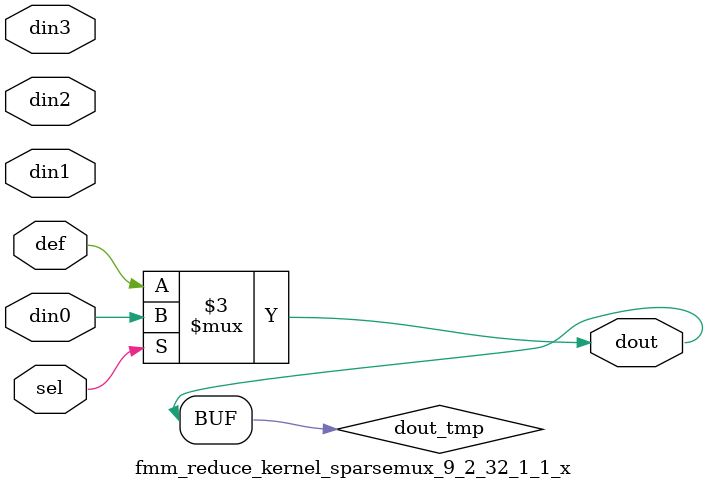
<source format=v>
`timescale 1ns / 1ps

module fmm_reduce_kernel_sparsemux_9_2_32_1_1_x (din0,din1,din2,din3,def,sel,dout);

parameter din0_WIDTH = 1;

parameter din1_WIDTH = 1;

parameter din2_WIDTH = 1;

parameter din3_WIDTH = 1;

parameter def_WIDTH = 1;
parameter sel_WIDTH = 1;
parameter dout_WIDTH = 1;

parameter [sel_WIDTH-1:0] CASE0 = 1;

parameter [sel_WIDTH-1:0] CASE1 = 1;

parameter [sel_WIDTH-1:0] CASE2 = 1;

parameter [sel_WIDTH-1:0] CASE3 = 1;

parameter ID = 1;
parameter NUM_STAGE = 1;



input [din0_WIDTH-1:0] din0;

input [din1_WIDTH-1:0] din1;

input [din2_WIDTH-1:0] din2;

input [din3_WIDTH-1:0] din3;

input [def_WIDTH-1:0] def;
input [sel_WIDTH-1:0] sel;

output [dout_WIDTH-1:0] dout;



reg [dout_WIDTH-1:0] dout_tmp;


always @ (*) begin
(* parallel_case *) case (sel)
    
    CASE0 : dout_tmp = din0;
    
    CASE1 : dout_tmp = din1;
    
    CASE2 : dout_tmp = din2;
    
    CASE3 : dout_tmp = din3;
    
    default : dout_tmp = def;
endcase
end


assign dout = dout_tmp;



endmodule

</source>
